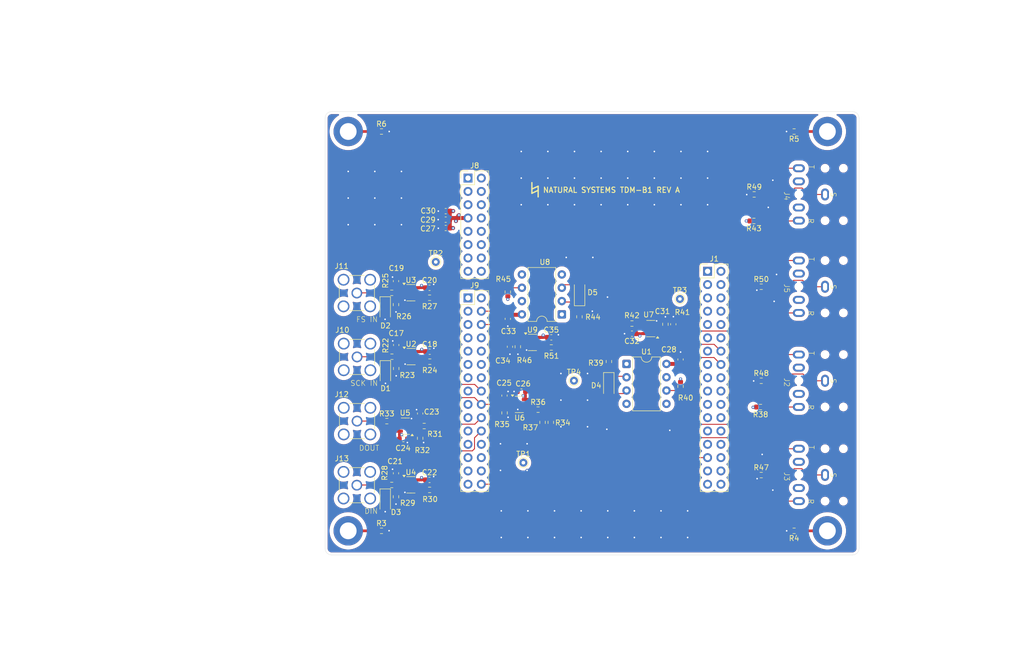
<source format=kicad_pcb>
(kicad_pcb (version 20241229) (generator "pcbnew") (generator_version "9.0")
  (layers (0 "F.Cu" signal) (4 "In1.Cu" signal) (6 "In2.Cu" signal) (2 "B.Cu" signal) (13 "F.Paste" user) (15 "B.Paste" user) (5 "F.SilkS" user "F.Silkscreen") (7 "B.SilkS" user "B.Silkscreen") (1 "F.Mask" user) (3 "B.Mask" user) (25 "Edge.Cuts" user))
  (net 0 "")
  (net 1 "GND")
  (net 5 "/TIM2_CH1___PA0")
  (net 10 "/TIM1_CH1___PE9")
  (net 11 "/USART6_A_TX")
  (net 16 "/TIM1_CH2___PE11")
  (net 25 "/USART6_A_RX")
  (net 34 "/CN8_5V")
  (net 35 "/IO_PG2")
  (net 41 "/IO_PG3")
  (net 42 "/IOREF")
  (net 43 "/VIN")
  (net 46 "/SAI1_B_FS___PF9")
  (net 47 "/SAI1_A_SD___PE6")
  (net 49 "/SAI1_A_MCLK___PE2")
  (net 51 "/PD3")
  (net 52 "/SAI1_B_SCK___PF8")
  (net 53 "/USART2_B_RX___PD6")
  (net 54 "/USART2_B_TX___PD6")
  (net 55 "/SAI1_A_SCK___PE5")
  (net 58 "/IO_PA7")
  (net 59 "/SAI1_B_SD___PE3")
  (net 60 "/IO_PG1")
  (net 61 "/SAI1_B_MCLK___PF7")
  (net 62 "/I2C2_B_SCL")
  (net 64 "/SAI1_A_FS___PE4")
  (net 66 "/PD4")
  (net 71 "/I2C2_B_SDA")
  (net 73 "Net-(C17-Pad1)")
  (net 74 "VDD")
  (net 75 "Net-(C19-Pad1)")
  (net 76 "Net-(C21-Pad1)")
  (net 77 "Net-(C23-Pad1)")
  (net 78 "Net-(D1-K)")
  (net 79 "Net-(D2-K)")
  (net 80 "Net-(D3-K)")
  (net 81 "Net-(R24-Pad1)")
  (net 82 "Net-(R27-Pad1)")
  (net 83 "Net-(R30-Pad1)")
  (net 84 "Net-(J12-In)")
  (net 85 "Net-(R33-Pad1)")
  (net 86 "Net-(R36-Pad1)")
  (net 92 "/buffer/OUT")
  (net 93 "Net-(D4-K)")
  (net 94 "Net-(D4-A)")
  (net 95 "Net-(J2-PadR)")
  (net 96 "Net-(J3-PadS)")
  (net 97 "Net-(J3-PadR)")
  (net 98 "Net-(R42-Pad1)")
  (net 103 "Net-(J2-PadS)")
  (net 104 "Net-(D5-A)")
  (net 105 "Net-(D5-K)")
  (net 106 "/midi_out1/MIDI_OUT")
  (net 107 "Net-(J4-PadR)")
  (net 108 "/midi_out2/MIDI_OUT")
  (net 109 "Net-(J4-PadS)")
  (net 110 "Net-(J5-PadR)")
  (net 111 "Net-(J5-PadS)")
  (net 112 "Net-(R51-Pad1)")
  (net 117 "Net-(H1-Pad1)")
  (net 118 "Net-(H2-Pad1)")
  (net 119 "Net-(H3-Pad1)")
  (net 120 "Net-(H4-Pad1)")
  (footprint "MountingHole:MountingHole_3.2mm_M3_DIN965_Pad" (layer "F.Cu") (at 185.42 143.51)
    (property "Reference" "H2" (hide yes))
    (property "Value" "MountingHole_Pad")
  )
  (footprint "Resistor_SMD:R_0603_1608Metric" (layer "F.Cu") (at 143.7336 111.2012 90)
    (property "Reference" "R39")
    (property "Value" "220")
  )
  (footprint "Package_TO_SOT_SMD:SOT-23-5" (layer "F.Cu") (at 129.1391 107.5588)
    (property "Reference" "U9")
    (property "Value" "74LVC1G17")
  )
  (footprint "Connector_Coaxial:SMA_Amphenol_901-144_Vertical" (layer "F.Cu") (at 95.6312 98.1326)
    (property "Reference" "J11")
    (property "Value" "Conn_Coaxial")
  )
  (footprint "Diode_SMD:D_SOD-123F" (layer "F.Cu") (at 101.0792 113.2456 -90)
    (property "Reference" "D1")
    (property "Value" "D_Zener_Small")
  )
  (footprint "Diode_SMD:D_SOD-123F" (layer "F.Cu") (at 101.0414 101.0536 -90)
    (property "Reference" "D2")
    (property "Value" "D_Zener_Small")
  )
  (footprint "Capacitor_SMD:C_0603_1608Metric" (layer "F.Cu") (at 157.3988 110.8078 90)
    (property "Reference" "C28")
    (property "Value" "100nF")
  )
  (footprint "Capacitor_SMD:C_0603_1608Metric" (layer "F.Cu") (at 112.5852 84.1248 180)
    (property "Reference" "C29")
    (property "Value" "100nF")
  )
  (footprint "MountingHole:MountingHole_3.2mm_M3_DIN965_Pad" (layer "F.Cu") (at 185.42 67.31)
    (property "Reference" "H3" (hide yes))
    (property "Value" "MountingHole_Pad")
  )
  (footprint "Capacitor_SMD:C_0603_1608Metric" (layer "F.Cu") (at 124.4396 103.0602 -90)
    (property "Reference" "C33")
    (property "Value" "100nF")
  )
  (footprint "Resistor_SMD:R_0603_1608Metric" (layer "F.Cu") (at 171.45 79.3204)
    (property "Reference" "R49")
    (property "Value" "0")
  )
  (footprint "Capacitor_SMD:C_0603_1608Metric" (layer "F.Cu") (at 132.7329 106.5936)
    (property "Reference" "C35")
    (property "Value" "100nF")
  )
  (footprint "Resistor_SMD:R_0603_1608Metric" (layer "F.Cu") (at 102.286 134.7624)
    (property "Reference" "R28")
    (property "Value" "0")
  )
  (footprint "MountingHole:MountingHole_3.2mm_M3_DIN965_Pad" (layer "F.Cu") (at 93.98 67.31)
    (property "Reference" "H4" (hide yes))
    (property "Value" "MountingHole_Pad")
  )
  (footprint "nucleo_tdm_breakout:SJ1-3523N" (layer "F.Cu") (at 179.9718 79.3204 -90)
    (property "Reference" "J4")
    (property "Value" "AudioJack3")
  )
  (footprint "Resistor_SMD:R_0603_1608Metric" (layer "F.Cu") (at 172.7962 114.8734)
    (property "Reference" "R48")
    (property "Value" "0")
  )
  (footprint "Connector_PinHeader_2.54mm:PinHeader_2x15_P2.54mm_Vertical" (layer "F.Cu") (at 116.84 99.06)
    (property "Reference" "J9")
    (property "Value" "Conn_02x15_Odd_Even")
  )
  (footprint "Resistor_SMD:R_0603_1608Metric" (layer "F.Cu") (at 109.5128 99.0346)
    (property "Reference" "R27")
    (property "Value" "33")
  )
  (footprint "Package_TO_SOT_SMD:SOT-23-5" (layer "F.Cu") (at 151.7197 104.9172 180)
    (property "Reference" "U7")
    (property "Value" "74LVC1G17")
  )
  (footprint "Capacitor_SMD:C_0603_1608Metric" (layer "F.Cu") (at 103.1366 108.0516 90)
    (property "Reference" "C17")
    (property "Value" "C_Small")
  )
  (footprint "Resistor_SMD:R_0603_1608Metric" (layer "F.Cu") (at 100.33 143.51)
    (property "Reference" "R3")
    (property "Value" "0")
  )
  (footprint "Resistor_SMD:R_0603_1608Metric" (layer "F.Cu") (at 132.7337 108.524)
    (property "Reference" "R51")
    (property "Value" "33")
  )
  (footprint "Capacitor_SMD:C_0603_1608Metric" (layer "F.Cu") (at 123.7996 117.7034 90)
    (property "Reference" "C25")
    (property "Value" "C_Small")
  )
  (footprint "Connector_PinHeader_2.54mm:PinHeader_2x08_P2.54mm_Vertical" (layer "F.Cu") (at 116.84 76.2)
    (property "Reference" "J8")
    (property "Value" "Conn_02x08_Odd_Even")
  )
  (footprint "Package_TO_SOT_SMD:SOT-23-5" (layer "F.Cu") (at 104.8892 123.5356 180)
    (property "Reference" "U5")
    (property "Value" "74LVC1G17")
  )
  (footprint "Package_TO_SOT_SMD:SOT-23-5" (layer "F.Cu") (at 126.6322 119.3924)
    (property "Reference" "U6")
    (property "Value" "74LVC1G17")
  )
  (footprint "nucleo_tdm_breakout:SJ1-3523N" (layer "F.Cu") (at 179.9718 114.8734 -90)
    (property "Reference" "J2")
    (property "Value" "AudioJack3")
  )
  (footprint "Resistor_SMD:R_0603_1608Metric" (layer "F.Cu") (at 124.4396 97.9292 90)
    (property "Reference" "R45")
    (property "Value" "470")
  )
  (footprint "Capacitor_SMD:C_0603_1608Metric" (layer "F.Cu") (at 127.0262 116.9286 180)
    (property "Reference" "C26")
    (property "Value" "100nF")
  )
  (footprint "Resistor_SMD:R_0603_1608Metric" (layer "F.Cu") (at 103.0988 100.3422 90)
    (property "Reference" "R26")
    (property "Value" "R_Small")
  )
  (footprint "Resistor_SMD:R_0603_1608Metric" (layer "F.Cu") (at 157.3988 115.9388 -90)
    (property "Reference" "R40")
    (property "Value" "470")
  )
  (footprint "Resistor_SMD:R_0603_1608Metric" (layer "F.Cu") (at 179.07 67.31 180)
    (property "Reference" "R5")
    (property "Value" "0")
  )
  (footprint "Resistor_SMD:R_0603_1608Metric" (layer "F.Cu") (at 101.3454 122.5704 180)
    (property "Reference" "R33")
    (property "Value" "33")
  )
  (footprint "Resistor_SMD:R_0603_1608Metric" (layer "F.Cu") (at 103.0988 137.0098 90)
    (property "Reference" "R29")
    (property "Value" "R_Small")
  )
  (footprint "Capacitor_SMD:C_0603_1608Metric" (layer "F.Cu") (at 112.5852 82.4992 180)
    (property "Reference" "C30")
    (property "Value" "100nF")
  )
  (footprint "Capacitor_SMD:C_0603_1608Metric" (layer "F.Cu") (at 112.5852 85.725 180)
    (property "Reference" "C27")
    (property "Value" "1uF")
  )
  (footprint "TestPoint:TestPoint_THTPad_D1.5mm_Drill0.7mm" (layer "F.Cu") (at 110.6932 92.202)
    (property "Reference" "TP2")
    (property "Value" "TestPoint")
  )
  (footprint "Capacitor_SMD:C_0603_1608Metric" (layer "F.Cu") (at 156.0123 104.092 90)
    (property "Reference" "C31")
    (property "Value" "C_Small")
  )
  (footprint "Resistor_SMD:R_0603_1608Metric" (layer "F.Cu") (at 109.5506 111.2266)
    (property "Reference" "R24")
    (property "Value" "33")
  )
  (footprint "Resistor_SMD:R_0603_1608Metric" (layer "F.Cu") (at 172.6692 119.888 180)
    (property "Reference" "R38")
    (property "Value" "2.2k")
  )
  (footprint "Capacitor_SMD:C_0603_1608Metric" (layer "F.Cu") (at 107.7086 121.1226 90)
    (property "Reference" "C23")
    (property "Value" "C_Small")
  )
  (footprint "Resistor_SMD:R_0603_1608Metric" (layer "F.Cu") (at 102.3238 110.2868)
    (property "Reference" "R22")
    (property "Value" "0")
  )
  (footprint "Resistor_SMD:R_0603_1608Metric" (layer "F.Cu") (at 103.1366 112.5342 90)
    (property "Reference" "R23")
    (property "Value" "R_Small")
  )
  (footprint "Capacitor_SMD:C_0603_1608Metric" (layer "F.Cu") (at 109.4996 133.7972)
    (property "Reference" "C22")
    (property "Value" "100nF")
  )
  (footprint "Resistor_SMD:R_0603_1608Metric" (layer "F.Cu") (at 172.7962 96.9302)
    (property "Reference" "R50")
    (property "Value" "0")
  )
  (footprint "Diode_SMD:D_SOD-123F" (layer "F.Cu") (at 101.0414 137.7212 -90)
    (property "Reference" "D3")
    (property "Value" "D_Zener_Small")
  )
  (footprint "Resistor_SMD:R_0603_1608Metric" (layer "F.Cu") (at 130.2136 120.383)
    (property "Reference" "R36")
    (property "Value" "33")
  )
  (footprint "Package_TO_SOT_SMD:SOT-23-5" (layer "F.Cu") (at 105.9436 98.0694)
    (property "Reference" "U3")
    (property "Value" "74LVC1G17")
  )
  (footprint "nucleo_tdm_breakout:SJ1-3523N" (layer "F.Cu") (at 179.9718 132.842 -90)
    (property "Reference" "J3")
    (property "Value" "AudioJack3")
  )
  (footprint "TestPoint:TestPoint_THTPad_D1.5mm_Drill0.7mm" (layer "F.Cu") (at 157.2768 99.2632)
    (property "Reference" "TP3")
    (property "Value" "TestPoint")
  )
  (footprint "Capacitor_SMD:C_0603_1608Metric" (layer "F.Cu") (at 103.0988 132.5272 90)
    (property "Reference" "C21")
    (property "Value" "C_Small")
  )
  (footprint "TestPoint:TestPoint_THTPad_D1.5mm_Drill0.7mm" (layer "F.Cu") (at 137.0584 114.8588)
    (property "Reference" "TP4")
    (property "Value" "TestPoint")
  )
  (footprint "Resistor_SMD:R_0603_1608Metric" (layer "F.Cu") (at 172.7962 132.8674)
    (property "Reference" "R47")
    (property "Value" "0")
  )
  (footprint "Capacitor_SMD:C_0603_1608Metric" (layer "F.Cu") (at 148.1259 105.8824 180)
    (property "Reference" "C32")
    (property "Value" "100nF")
  )
  (footprint "Resistor_SMD:R_0603_1608Metric" (layer "F.Cu") (at 179.07 143.51 180)
    (property "Reference" "R4")
    (property "Value" "0")
  )
  (footprint "Resistor_SMD:R_0603_1608Metric" (layer "F.Cu") (at 100.33 67.31)
    (property "Reference" "R6")
    (property "Value" "0")
  )
  (footprint "Package_TO_SOT_SMD:SOT-23-5" (layer "F.Cu") (at 105.9814 110.2614)
    (property "Reference" "U2")
    (property "Value" "74LVC1G17")
  )
  (footprint "Diode_SMD:D_SOD-123" (layer "F.Cu") (at 138.1302 98.1964 90)
    (property "Reference" "D5")
    (property "Value" "1N4148W")
  )
  (footprint "Resistor_SMD:R_0603_1608Metric" (layer "F.Cu") (at 108.4828 123.5102 180)
    (property "Reference" "R31")
    (property "Value" "0")
  )
  (footprint "Resistor_SMD:R_0603_1608Metric" (layer "F.Cu") (at 123.8128 121.0054 90)
    (property "Reference" "R35")
    (property "Value" "R_Small")
  )
  (footprint "Capacitor_SMD:C_0603_1608Metric" (layer "F.Cu") (at 109.4996 97.1296)
    (property "Reference" "C20")
    (property "Value" "100nF")
  )
  (footprint "Package_TO_SOT_SMD:SOT-23-5" (layer "F.Cu") (at 105.9436 134.737)
    (property "Reference" "U4")
    (property "Value" "74LVC1G17")
  )
  (footprint "Resistor_SMD:R_0603_1608Metric" (layer "F.Cu") (at 132.6388 122.809 -90)
    (property "Reference" "R34")
    (property "Value" "0")
  )
  (footprint "Capacitor_SMD:C_0603_1608Metric" (layer "F.Cu") (at 103.0988 95.8596 90)
    (property "Reference" "C19")
    (property "Value" "C_Small")
  )
  (footprint "nucleo_tdm_breakout:SJ1-3523N" (layer "F.Cu") (at 179.9718 96.9302 -90)
    (property "Reference" "J5")
    (property "Value" "AudioJack3")
  )
  (footprint "Resistor_SMD:R_0603_1608Metric" (layer "F.Cu") (at 138.1048 102.6668 -90)
    (property "Reference" "R44")
    (property "Value" "220")
  )
  (footprint "Capacitor_SMD:C_0603_1608Metric" (layer "F.Cu") (at 109.5374 109.3216)
    (property "Reference" "C18")
    (property "Value" "100nF")
  )
  (footprint "Connector_Coaxial:SMA_Amphenol_901-144_Vertical" (layer "F.Cu") (at 95.669 110.3246)
    (property "Reference" "J10")
    (property "Value" "Conn_Coaxial")
  )
  (footprint "MountingHole:MountingHole_3.2mm_M3_DIN965_Pad" (layer "F.Cu") (at 93.98 143.51)
    (property "Reference" "H1" (hide yes))
    (property "Value" "MountingHole_Pad")
  )
  (footprint "Resistor_SMD:R_0603_1608Metric" (layer "F.Cu") (at 131.064 122.809 -90)
    (property "Reference" "R37")
    (property "Value" "0")
  )
  (footprint "Resistor_SMD:R_0603_1608Metric" (layer "F.Cu") (at 154.5137 104.0922 -90)
    (property "Reference" "R41")
    (property "Value" "R_Small")
  )
  (footprint "Resistor_SMD:R_0603_1608Metric" (layer "F.Cu") (at 107.7086 125.847 90)
    (property "Reference" "R32")
    (property "Value" "R_Small")
  )
  (footprint "Connector_Coaxial:SMA_Amphenol_901-144_Vertical" (layer "F.Cu") (at 95.6312 134.8002)
    (property "Reference" "J13")
    (property "Value" "Conn_Coaxial")
  )
  (footprint "Connector_Coaxial:SMA_Amphenol_901-144_Vertical" (layer "F.Cu") (at 95.669 122.5704)
    (property "Reference" "J12")
    (property "Value" "Conn_Coaxial")
  )
  (footprint "Package_DIP:DIP-8_W7.62mm" (layer "F.Cu") (at 134.747 102.2096 180)
    (property "Reference" "U8")
    (property "Value" "6N137")
  )
  (footprint "TestPoint:TestPoint_THTPad_D1.5mm_Drill0.7mm" (layer "F.Cu") (at 127.4064 130.5052)
    (property "Reference" "TP1")
    (property "Value" "TestPoint")
  )
  (footprint "Capacitor_SMD:C_0603_1608Metric" (layer "F.Cu") (at 104.5206 125.9994)
    (property "Reference" "C24")
    (property "Value" "100nF")
  )
  (footprint "Resistor_SMD:R_0603_1608Metric" (layer "F.Cu") (at 171.3992 84.3788 180)
    (property "Reference" "R43")
    (property "Value" "2.2k")
  )
  (footprint "Connector_PinHeader_2.54mm:PinHeader_2x17_P2.54mm_Vertical" (layer "F.Cu") (at 162.56 93.98)
    (property "Reference" "J1")
    (property "Value" "Conn_02x17_Odd_Even")
  )
  (footprint "Resistor_SMD:R_0603_1608Metric" (layer "F.Cu") (at 148.1251 103.952 180)
    (property "Reference" "R42")
    (property "Value" "33")
  )
  (footprint "Diode_SMD:D_SOD-123" (layer "F.Cu") (at 143.7082 115.6716 -90)
    (property "Reference" "D4")
    (property "Value" "1N4148W")
  )
  (footprint "Resistor_SMD:R_0603_1608Metric" (layer "F.Cu") (at 102.286 98.0948)
    (property "Reference" "R25")
    (property "Value" "0")
  )
  (footprint "Package_DIP:DIP-8_W7.62mm" (layer "F.Cu") (at 147.0914 111.6584)
    (property "Reference" "U1")
    (property "Value" "6N137")
  )
  (footprint "Resistor_SMD:R_0603_1608Metric" (layer "F.Cu") (at 126.3451 108.3838 90)
    (property "Reference" "R46")
    (property "Value" "R_Small")
  )
  (footprint "Resistor_SMD:R_0603_1608Metric" (layer "F.Cu") (at 109.5128 135.7022)
    (property "Reference" "R30")
    (property "Value" "33")
  )
  (footprint "Capacitor_SMD:C_0603_1608Metric" (layer "F.Cu") (at 124.8465 108.384 -90)
    (property "Reference" "C34")
    (property "Value" "C_Small")
  )
  (gr_line (start 130.2258 78.5368) (end 129.032 79.0956) (stroke (width 0.254)) (layer "F.SilkS"))
  (gr_line (start 130.2258 77.7494) (end 130.2258 79.7814) (stroke (width 0.254)) (layer "F.SilkS"))
  (gr_line (start 130.2258 77.7494) (end 129.032 78.2828) (stroke (width 0.254)) (layer "F.SilkS"))
  (gr_line (start 129.032 77.0636) (end 129.032 79.0956) (stroke (width 0.254)) (layer "F.SilkS"))
  (gr_line (start 191.4652 64.77) (end 191.4652 146.8501) (stroke (width 0.05)) (layer "Edge.Cuts"))
  (gr_arc (start 90.8304 148.1201) (mid 89.932374 147.748126) (end 89.5604 146.8501) (stroke (width 0.05)) (layer "Edge.Cuts"))
  (gr_arc (start 191.4652 146.8501) (mid 191.093226 147.748126) (end 190.1952 148.1201) (stroke (width 0.05)) (layer "Edge.Cuts"))
  (gr_arc (start 190.1952 63.5) (mid 191.093226 63.871974) (end 191.4652 64.77) (stroke (width 0.05)) (layer "Edge.Cuts"))
  (gr_line (start 90.8304 63.5) (end 190.1952 63.5) (stroke (width 0.05)) (layer "Edge.Cuts"))
  (gr_line (start 89.5604 146.8501) (end 89.5604 64.77) (stroke (width 0.05)) (layer "Edge.Cuts"))
  (gr_arc (start 89.5604 64.77) (mid 89.932374 63.871974) (end 90.8304 63.5) (stroke (width 0.05)) (layer "Edge.Cuts"))
  (gr_line (start 190.1952 148.1201) (end 90.8304 148.1201) (stroke (width 0.05)) (layer "Edge.Cuts"))
  (gr_text "DIN" (at 97.028 140.335 0) (layer "F.SilkS") (effects (font (size 1 1) (thickness 0.1)) (justify left bottom)))
  (gr_text "FS IN" (at 95.4532 103.759 0) (layer "F.SilkS") (effects (font (size 1 1) (thickness 0.1)) (justify left bottom)))
  (gr_text "DOUT" (at 95.9866 128.2954 0) (layer "F.SilkS") (effects (font (size 1 1) (thickness 0.1)) (justify left bottom)))
  (gr_text "NATURAL SYSTEMS TDM-B1 REV A" (at 131.064 79.0702 0) (layer "F.SilkS") (effects (font (size 1.016 1.016) (thickness 0.1778) (bold yes)) (justify left bottom)))
  (gr_text "SCK IN" (at 94.3356 115.9256 0) (layer "F.SilkS") (effects (font (size 1 1) (thickness 0.1)) (justify left bottom)))
  (segment (start 104.8061 136.1663) (end 104.8006 136.1718) (width 0.1778) (layer "F.Cu") (net 1))
  (segment (start 156.0123 103.317) (end 156.0123 102.6613) (width 0.1778) (layer "F.Cu") (net 1))
  (segment (start 171.9712 97.5736) (end 171.958 97.5868) (width 0.1778) (layer "F.Cu") (net 1))
  (segment (start 157.3988 110.0328) (end 157.3988 109.4028) (width 0.1778) (layer "F.Cu") (net 1))
  (segment (start 157.3988 109.4028) (end 157.4038 109.3978) (width 0.1778) (layer "F.Cu") (net 1))
  (segment (start 178.245 67.31) (end 177.6222 67.31) (width 0.1778) (layer "F.Cu") (net 1))
  (segment (start 125.641 116.9286) (end 125.6284 116.916) (width 0.1778) (layer "F.Cu") (net 1))
  (segment (start 103.1366 113.3592) (end 103.1366 113.9314) (width 0.1778) (layer "F.Cu") (net 1))
  (segment (start 125.4947 120.3424) (end 126.337 120.3424) (width 0.1778) (layer "F.Cu") (net 1))
  (segment (start 123.7996 116.9284) (end 124.473 116.9284) (width 0.1778) (layer "F.Cu") (net 1))
  (segment (start 152.8572 103.9672) (end 152.8572 103.4796) (width 0.1778) (layer "F.Cu") (net 1))
  (segment (start 101.0414 102.4536) (end 101.0414 103.1238) (width 0.1778) (layer "F.Cu") (net 1))
  (segment (start 171.9712 114.8734) (end 171.3846 114.8734) (width 0.1778) (layer "F.Cu") (net 1))
  (segment (start 104.8061 99.0194) (end 104.8061 99.4987) (width 0.1778) (layer "F.Cu") (net 1))
  (segment (start 101.155 67.31) (end 101.8032 67.31) (width 0.1778) (layer "F.Cu") (net 1))
  (segment (start 111.8102 85.725) (end 111.2266 85.725) (width 0.1778) (layer "F.Cu") (net 1))
  (segment (start 107.7086 126.672) (end 108.3568 126.672) (width 0.1778) (layer "F.Cu") (net 1))
  (segment (start 171.9712 133.5156) (end 172.0088 133.5532) (width 0.1778) (layer "F.Cu") (net 1))
  (segment (start 110.2746 133.1616) (end 110.287 133.1492) (width 0.1778) (layer "F.Cu") (net 1))
  (segment (start 170.0568 79.3204) (end 170.0276 79.3496) (width 0.1778) (layer "F.Cu") (net 1))
  (segment (start 105.2956 126.6344) (end 105.2702 126.6598) (width 0.1778) (layer "F.Cu") (net 1))
  (segment (start 104.8439 111.2114) (end 104.8439 111.6907) (width 0.1778) (layer "F.Cu") (net 1))
  (segment (start 101.0792 114.6456) (end 101.0792 115.354) (width 0.1778) (layer "F.Cu") (net 1))
  (segment (start 133.5079 106.5936) (end 133.5888 106.5936) (width 0.1778) (layer "F.Cu") (net 1))
  (segment (start 126.2512 116.9286) (end 125.641 116.9286) (width 0.1778) (layer "F.Cu") (net 1))
  (segment (start 133.5888 106.5936) (end 134.0866 106.0958) (width 0.1778) (layer "F.Cu") (net 1))
  (segment (start 106.0267 122.1187) (end 106.0576 122.0878) (width 0.1778) (layer "F.Cu") (net 1))
  (segment (start 123.8128 121.8304) (end 124.4722 121.8304) (width 0.1778) (layer "F.Cu") (net 1))
  (segment (start 103.0988 131.7522) (end 102.4384 131.7522) (width 0.1778) (layer "F.Cu") (net 1))
  (segment (start 101.7524 143.51) (end 101.7778 143.4846) (width 0.1778) (layer "F.Cu") (net 1))
  (segment (start 108.3568 126.672) (end 108.369 126.6598) (width 0.1778) (layer "F.Cu") (net 1))
  (segment (start 103.0988 95.0846) (end 102.4384 95.0846) (width 0.1778) (layer "F.Cu") (net 1))
  (segment (start 128.0016 109.0024) (end 128.016 109.0168) (width 0.1778) (layer "F.Cu") (net 1))
  (segment (start 103.0988 137.8348) (end 103.0988 138.407) (width 0.1778) (layer "F.Cu") (net 1))
  (segment (start 126.3451 109.7843) (end 126.365 109.8042) (width 0.1778) (layer "F.Cu") (net 1))
  (segment (start 105.2956 125.9994) (end 105.2956 126.6344) (width 0.1778) (layer "F.Cu") (net 1))
  (segment (start 110.3124 108.686) (end 110.3248 108.6736) (width 0.1778) (layer "F.Cu") (net 1))
  (segment (start 152.8572 103.4796) (end 152.8318 103.4542) (width 0.1778) (layer "F.Cu") (net 1))
  (segment (start 170.625 79.3204) (end 170.0568 79.3204) (width 0.1778) (layer "F.Cu") (net 1))
  (segment (start 111.8102 82.4992) (end 111.1758 82.4992) (width 0.1778) (layer "F.Cu") (net 1))
  (segment (start 104.8061 135.687) (end 104.8061 136.1663) (width 0.1778) (layer "F.Cu") (net 1))
  (segment (start 110.2746 133.7972) (end 110.2746 133.1616) (width 0.1778) (layer "F.Cu") (net 1))
  (segment (start 124.4722 121.8304) (end 124.4854 121.8436) (width 0.1778) (layer "F.Cu") (net 1))
  (segment (start 171.3846 114.8734) (end 171.3484 114.9096) (width 0.1778) (layer "F.Cu") (net 1))
  (segment (start 101.0414 103.1238) (end 101.0158 103.1494) (width 0.1778) (layer "F.Cu") (net 1))
  (segment (start 104.8061 99.4987) (end 104.8006 99.5042) (width 0.1778) (layer "F.Cu") (net 1))
  (segment (start 107.7086 120.3476) (end 107.0612 120.3476) (width 0.1778) (layer "F.Cu") (net 1))
  (segment (start 178.245 143.51) (end 177.6476 143.51) (width 0.1778) (layer "F.Cu") (net 1))
  (segment (start 124.8465 109.159) (end 124.8465 109.7987) (width 0.1778) (layer "F.Cu") (net 1))
  (segment (start 126.3451 109.2088) (end 126.3451 109.7843) (width 0.1778) (layer "F.Cu") (net 1))
  (segment (start 101.155 143.51) (end 101.7524 143.51) (width 0.1778) (layer "F.Cu") (net 1))
  (segment (start 171.9712 132.8674) (end 171.9712 133.5156) (width 0.1778) (layer "F.Cu") (net 1))
  (segment (start 154.5082 102.6668) (end 154.5137 102.6723) (width 0.1778) (layer "F.Cu") (net 1))
  (segment (start 124.4396 104.4398) (end 124.4346 104.4448) (width 0.1778) (layer "F.Cu") (net 1))
  (segment (start 110.3124 109.3216) (end 110.3124 108.686) (width 0.1778) (layer "F.Cu") (net 1))
  (segment (start 156.0123 102.6613) (end 156.0322 102.6414) (width 0.1778) (layer "F.Cu") (net 1))
  (segment (start 154.5137 102.6723) (end 154.5137 103.2672) (width 0.1778) (layer "F.Cu") (net 1))
  (segment (start 111.8102 84.1248) (end 111.1504 84.1248) (width 0.1778) (layer "F.Cu") (net 1))
  (segment (start 103.1366 107.2766) (end 102.4762 107.2766) (width 0.1778) (layer "F.Cu") (net 1))
  (segment (start 124.4396 103.8352) (end 124.4396 104.4398) (width 0.1778) (layer "F.Cu") (net 1))
  (segment (start 101.0414 139.1212) (end 101.0414 139.8548) (width 0.1778) (layer "F.Cu") (net 1))
  (segment (start 126.337 120.3424) (end 126.3396 120.345) (width 0.1778) (layer "F.Cu") (net 1))
  (segment (start 106.0267 122.5856) (end 106.0267 122.1187) (width 0.1778) (layer "F.Cu") (net 1))
  (segment (start 104.8439 111.6907) (end 104.8384 111.6962) (width 0.1778) (layer "F.Cu") (net 1))
  (segment (start 107.0612 120.3476) (end 107.0228 120.386) (width 0.1778) (layer "F.Cu") (net 1))
  (segment (start 101.0792 115.354) (end 101.092 115.3668) (width 0.1778) (layer "F.Cu") (net 1))
  (segment (start 124.473 116.9284) (end 124.4854 116.916) (width 0.1778) (layer "F.Cu") (net 1))
  (segment (start 146.7206 105.8824) (end 146.7104 105.8926) (width 0.1778) (layer "F.Cu") (net 1))
  (segment (start 128.0016 108.5088) (end 128.0016 109.0024) (width 0.1778) (layer "F.Cu") (net 1))
  (segment (start 111.2266 85.725) (end 111.1758 85.7758) (width 0.1778) (layer "F.Cu") (net 1))
  (segment (start 103.0988 101.1672) (end 103.0988 101.7394) (width 0.1778) (layer "F.Cu") (net 1))
  (segment (start 147.3509 105.8824) (end 146.7206 105.8824) (width 0.1778) (layer "F.Cu") (net 1))
  (segment (start 124.8465 109.7987) (end 124.841 109.8042) (width 0.1778) (layer "F.Cu") (net 1))
  (segment (start 171.9712 96.9302) (end 171.9712 97.5736) (width 0.1778) (layer "F.Cu") (net 1))
  (via (at 162.56 71.12) (size 0.6) (drill 0.3) (layers "F.Cu" "B.Cu") (net 1))
  (via (at 127 76.2) (size 0.6) (drill 0.3) (layers "F.Cu" "B.Cu") (net 1))
  (via (at 107.0228 120.386) (size 0.6) (drill 0.3) (layers "F.Cu" "B.Cu") (net 1))
  (via (at 124.4854 116.916) (size 0.6) (drill 0.3) (layers "F.Cu" "B.Cu") (net 1))
  (via (at 106.0576 122.0878) (size 0.6) (drill 0.3) (layers "F.Cu" "B.Cu") (net 1))
  (via (at 110.287 133.1492) (size 0.6) (drill 0.3) (layers "F.Cu" "B.Cu") (net 1))
  (via (at 175.26 99.7204) (size 0.6) (drill 0.3) (layers "F.Cu" "B.Cu") (net 1))
  (via (at 133.35 144.78) (size 0.6) (drill 0.3) (layers "F.Cu" "B.Cu") (net 1))
  (via (at 132.08 76.2) (size 0.6) (drill 0.3) (layers "F.Cu" "B.Cu") (net 1))
  (via (at 177.6222 67.31) (size 0.6) (drill 0.3) (layers "F.Cu" "B.Cu") (net 1))
  (via (at 142.24 81.28) (size 0.6) (drill 0.3) (layers "F.Cu" "B.Cu") (net 1))
  (via (at 152.4 71.12) (size 0.6) (drill 0.3) (layers "F.Cu" "B.Cu") (net 1))
  (via (at 111.1758 82.4992) (size 0.6) (drill 0.3) (layers "F.Cu" "B.Cu") (net 1))
  (via (at 153.67 144.78) (size 0.6) (drill 0.3) (layers "F.Cu" "B.Cu") (net 1))
  (via (at 124.4854 121.8436) (size 0.6) (drill 0.3) (layers "F.Cu" "B.Cu") (net 1))
  (via (at 139.6492 113.4872) (size 0.6) (drill 0.3) (layers "F.Cu" "B.Cu") (net 1))
  (via (at 175.006 135.7376) (size 0.6) (drill 0.3) (layers "F.Cu" "B.Cu") (net 1))
  (via (at 99.06 80.01) (size 0.6) (drill 0.3) (layers "F.Cu" "B.Cu") (net 1))
  (via (at 137.16 81.28) (size 0.6) (drill 0.3) (layers "F.Cu" "B.Cu") (net 1))
  (via (at 93.98 80.01) (size 0.6) (drill 0.3) (layers "F.Cu" "B.Cu") (net 1))
  (via (at 126.365 109.8042) (size 0.6) (drill 0.3) (layers "F.Cu" "B.Cu") (net 1))
  (via (at 143.4592 98.9076) (size 0.6) (drill 0.3) (layers "F.Cu" "B.Cu") (net 1))
  (via (at 126.3396 120.345) (size 0.6) (drill 0.3) (layers "F.Cu" "B.Cu") (net 1))
  (via (at 157.48 76.2) (size 0.6) (drill 0.3) (layers "F.Cu" "B.Cu") (net 1))
  (via (at 104.14 74.93) (size 0.6) (drill 0.3) (layers "F.Cu" "B.Cu") (net 1))
  (via (at 175.7172 94.5896) (size 0.6) (drill 0.3) (layers "F.Cu" "B.Cu") (net 1))
  (via (at 170.0276 79.3496) (size 0.6) (drill 0.3) (layers "F.Cu" "B.Cu") (net 1))
  (via (at 162.56 81.28) (size 0.6) (drill 0.3) (layers "F.Cu" "B.Cu") (net 1))
  (via (at 146.7104 105.8926) (size 0.6) (drill 0.3) (layers "F.Cu" "B.Cu") (net 1))
  (via (at 153.67 139.7) (size 0.6) (drill 0.3) (layers "F.Cu" "B.Cu") (net 1))
  (via (at 102.4762 107.2766) (size 0.6) (drill 0.3) (layers "F.Cu" "B.Cu") (net 1))
  (via (at 123.19 139.7) (size 0.6) (drill 0.3) (layers "F.Cu" "B.Cu") (net 1))
  (via (at 147.32 81.28) (size 0.6) (drill 0.3) (layers "F.Cu" "B.Cu") (net 1))
  (via (at 128.1176 126.8984) (size 0.6) (drill 0.3) (layers "F.Cu" "B.Cu") (net 1))
  (via (at 147.32 76.2) (size 0.6) (drill 0.3) (layers "F.Cu" "B.Cu") (net 1))
  (via (at 175.006 76.6064) (size 0.6) (drill 0.3) (layers "F.Cu" "B.Cu") (net 1))
  (via (at 132.08 81.28) (size 0.6) (drill 0.3) (layers "F.Cu" "B.Cu") (net 1))
  (via (at 128.1176 131.9784) (size 0.6) (drill 0.3) (layers "F.Cu" "B.Cu") (net 1))
  (via (at 132.08 71.12) (size 0.6) (drill 0.3) (layers "F.Cu" "B.Cu") (net 1))
  (via (at 158.75 139.7) (size 0.6) (drill 0.3) (layers "F.Cu" "B.Cu") (net 1))
  (via (at 157.48 71.12) (size 0.6) (drill 0.3) (layers "F.Cu" "B.Cu") (net 1))
  (via (at 104.14 85.09) (size 0.6) (drill 0.3) (layers "F.Cu" "B.Cu") (net 1))
  (via (at 139.6492 118.5672) (size 0.6) (drill 0.3) (layers "F.Cu" "B.Cu") (net 1))
  (via (at 172.974 128.9304) (size 0.6) (drill 0.3) (layers "F.Cu" "B.Cu") (net 1))
  (via (at 104.8006 99.5042) (size 0.6) (drill 0.3) (layers "F.Cu" "B.Cu") (net 1))
  (via (at 152.4 76.2) (size 0.6) (drill 0.3) (layers "F.Cu" "B.Cu") (net 1))
  (via (at 143.51 139.7) (size 0.6) (drill 0.3) (layers "F.Cu" "B.Cu") (net 1))
  (via (at 171.958 97.5868) (size 0.6) (drill 0.3) (layers "F.Cu" "B.Cu") (net 1))
  (via (at 102.4384 95.0846) (size 0.6) (drill 0.3) (layers "F.Cu" "B.Cu") (net 1))
  (via (at 102.4384 131.7522) (size 0.6) (drill 0.3) (layers "F.Cu" "B.Cu") (net 1))
  (via (at 124.4346 104.4448) (size 0.6) (drill 0.3) (layers "F.Cu" "B.Cu") (net 1))
  (via (at 177.6476 143.51) (size 0.6) (drill 0.3) (layers "F.Cu" "B.Cu") (net 1))
  (via (at 158.75 144.78) (size 0.6) (drill 0.3) (layers "F.Cu" "B.Cu") (net 1))
  (via (at 128.27 139.7) (size 0.6) (drill 0.3) (layers "F.Cu" "B.Cu") (net 1))
  (via (at 142.24 76.2) (size 0.6) (drill 0.3) (layers "F.Cu" "B.Cu") (net 1))
  (via (at 101.0158 103.1494) (size 0.6) (drill 0.3) (layers "F.Cu" "B.Cu") (net 1))
  (via (at 138.43 144.78) (size 0.6) (drill 0.3) (layers "F.Cu" "B.Cu") (net 1))
  (via (at 104.8006 136.1718) (size 0.6) (drill 0.3) (layers "F.Cu" "B.Cu") (net 1))
  (via (at 110.3248 108.6736) (size 0.6) (drill 0.3) (layers "F.Cu" "B.Cu") (net 1))
  (via (at 101.8032 67.31) (size 0.6) (drill 0.3) (layers "F.Cu" "B.Cu") (net 1))
  (via (at 134.5692 123.6472) (size 0.6) (drill 0.3) (layers "F.Cu" "B.Cu") (net 1))
  (via (at 104.8384 111.6962) (size 0.6) (drill 0.3) (layers "F.Cu" "B.Cu") (net 1))
  (via (at 127 81.28) (size 0.6) (drill 0.3) (layers "F.Cu" "B.Cu") (net 1))
  (via (at 133.35 139.7) (size 0.6) (drill 0.3) (layers "F.Cu" "B.Cu") (net 1))
  (via (at 110.287 96.4816) (size 0.6) (drill 0.3) (layers "F.Cu" "B.Cu") (net 1))
  (via (at 157.4038 109.3978) (size 0.6) (drill 0.3) (layers "F.Cu" "B.Cu") (net 1))
  (via (at 111.1504 84.1248) (size 0.6) (drill 0.3) (layers "F.Cu" "B.Cu") (net 1))
  (via (at 93.98 74.93) (size 0.6) (drill 0.3) (layers "F.Cu" "B.Cu") (net 1))
  (via (at 138.43 139.7) (size 0.6) (drill 0.3) (layers "F.Cu" "B.Cu") (net 1))
  (via (at 157.48 81.28) (size 0.6) (drill 0.3) (layers "F.Cu" "B.Cu") (net 1))
  (via (at 162.56 76.2) (size 0.6) (drill 0.3) (layers "F.Cu" "B.Cu") (net 1))
  (via (at 99.06 74.93) (size 0.6) (drill 0.3) (layers "F.Cu" "B.Cu") (net 1))
  (via (at 108.369 126.6598) (size 0.6) (drill 0.3) (layers "F.Cu" "B.Cu") (net 1))
  (via (at 123.0376 126.8984) (size 0.6) (drill 0.3) (layers "F.Cu" "B.Cu") (net 1))
  (via (at 99.06 85.09) (size 0.6) (drill 0.3) (layers "F.Cu" "B.Cu") (net 1))
  (via (at 172.0088 133.5532) (size 0.6) (drill 0.3) (layers "F.Cu" "B.Cu") (net 1))
  (via (at 105.2702 126.6598) (size 0.6) (drill 0.3) (layers "F.Cu" "B.Cu") (net 1))
  (via (at 148.59 139.7) (size 0.6) (drill 0.3) (layers "F.Cu" "B.Cu") (net 1))
  (via (at 123.19 144.78) (size 0.6) (drill 0.3) (layers "F.Cu" "B.Cu") (net 1))
  (via (at 142.24 71.12) (size 0.6) (drill 0.3) (layers "F.Cu" "B.Cu") (net 1))
  (via (at 143.3322 124.1298) (size 0.6) (drill 0.3) (layers "F.Cu" "B.Cu") (net 1))
  (via (at 128.016 109.0168) (size 0.6) (drill 0.3) (layers "F.Cu" "B.Cu") (net 1))
  (via (at 171.3484 114.9096) (size 0.6) (drill 0.3) (layers "F.Cu" "B.Cu") (net 1))
  (via (at 103.1366 113.9314) (size 0.6) (drill 0.3) (layers "F.Cu" "B.Cu") (net 1))
  (via (at 140.6652 91.3384) (size 0.6) (drill 0.3) (layers "F.Cu" "B.Cu") (net 1))
  (via (at 152.8318 103.4542) (size 0.6) (drill 0.3) (layers "F.Cu" "B.Cu") (net 1))
  (via (at 152.4 81.28) (size 0.6) (drill 0.3) (layers "F.Cu" "B.Cu") (net 1))
  (via (at 156.0322 102.6414) (size 0.6) (drill 0.3) (layers "F.Cu" "B.Cu") (net 1))
  (via (at 135.5852 91.3384) (size 0.6) (drill 0.3) (layers "F.Cu" "B.Cu") (net 1))
  (via (at 139.6492 123.6472) (size 0.6) (drill 0.3) (layers "F.Cu" "B.Cu") (net 1))
  (via (at 174.1424 81.788) (size 0.6) (drill 0.3) (layers "F.Cu" "B.Cu") (net 1))
  (via (at 148.59 144.78) (size 0.6) (drill 0.3) (layers "F.Cu" "B.Cu") (net 1))
  (via (at 125.6284 116.916) (size 0.6) (drill 0.3) (layers "F.Cu" "B.Cu") (net 1))
  (via (at 104.14 80.01) (size 0.6) (drill 0.3) (layers "F.Cu" "B.Cu") (net 1))
  (via (at 127 71.12) (size 0.6) (drill 0.3) (layers "F.Cu" "B.Cu") (net 1))
  (via (at 134.5692 113.4872) (size 0.6) (drill 0.3) (layers "F.Cu" "B.Cu") (net 1))
  (via (at 137.16 76.2) (size 0.6) (drill 0.3) (layers "F.Cu" "B.Cu") (net 1))
  (via (at 101.7778 143.4846) (size 0.6) (drill 0.3) (layers "F.Cu" "B.Cu") (net 1))
  (via (at 140.5636 101.6) (size 0.6) (drill 0.3) (layers "F.Cu" "B.Cu") (net 1))
  (via (at 137.16 71.12) (size 0.6) (drill 0.3) (layers "F.Cu" "B.Cu") (net 1))
  (via (at 134.5692 118.5672) (size 0.6) (drill 0.3) (layers "F.Cu" "B.Cu") (net 1))
  (via (at 134.0866 106.0958) (size 0.6) (drill 0.3) (layers "F.Cu" "B.Cu") (net 1))
  (via (at 93.98 85.09) (size 0.6) (drill 0.3) (layers "F.Cu" "B.Cu") (net 1))
  (via (at 154.5082 102.6668) (size 0.6) (drill 0.3) (layers "F.Cu" "B.Cu") (net 1))
  (via (at 103.0988 101.7394) (size 0.6) (drill 0.3) (layers "F.Cu" "B.Cu") (net 1))
  (via (at 101.092 115.3668) (size 0.6) (drill 0.3) (layers "F.Cu" "B.Cu") (net 1))
  (via (at 143.51 144.78) (size 0.6) (drill 0.3) (layers "F.Cu" "B.Cu") (net 1))
  (via (at 147.32 71.12) (size 0.6) (drill 0.3) (layers "F.Cu" "B.Cu") (net 1))
  (via (at 111.1758 85.7758) (size 0.6) (drill 0.3) (layers "F.Cu" "B.Cu") (net 1))
  (via (at 103.0988 138.407) (size 0.6) (drill 0.3) (layers "F.Cu" "B.Cu") (net 1))
  (via (at 128.27 144.78) (size 0.6) (drill 0.3) (layers "F.Cu" "B.Cu") (net 1))
  (via (at 124.841 109.8042) (size 0.6) (drill 0.3) (layers "F.Cu" "B.Cu") (net 1))
  (via (at 101.0414 139.8548) (size 0.6) (drill 0.3) (layers "F.Cu" "B.Cu") (net 1))
  (via (at 123.0376 131.9784) (size 0.6) (drill 0.3) (layers "F.Cu" "B.Cu") (net 1))
  (via (at 155.3464 124.333) (size 0.6) (drill 0.3) (layers "F.Cu" "B.Cu") (net 1))
  (segment (start 132.6388 128.3716) (end 133.8072 129.54) (width 0.1778) (layer "F.Cu") (net 5))
  (segment (start 133.8072 129.54) (end 162.56 129.54) (width 0.1778) (layer "F.Cu") (net 5))
  (segment (start 132.6388 123.634) (end 132.6388 128.3716) (width 0.1778) (layer "F.Cu") (net 5))
  (segment (start 156.3624 107.9246) (end 156.0123 107.5745) (width 0.1778) (layer "F.Cu") (net 11))
  (segment (start 152.8572 104.9172) (end 154.5137 104.9172) (width 0.1778) (layer "F.Cu") (net 11))
  (segment (start 163.8046 107.9246) (end 156.3624 107.9246) (width 0.1778) (layer "F.Cu") (net 11))
  (segment (start 155.9621 104.9172) (end 156.0123 104.867) (width 0.1778) (layer "F.Cu") (net 11))
  (segment (start 165.1 109.22) (end 163.8046 107.9246) (width 0.1778) (layer "F.Cu") (net 11))
  (segment (start 156.0123 107.5745) (end 156.0123 104.867) (width 0.1778) (layer "F.Cu") (net 11))
  (segment (start 154.5137 104.9172) (end 155.9621 104.9172) (width 0.1778) (layer "F.Cu") (net 11))
  (segment (start 154.7114 116.7384) (end 157.3734 116.7384) (width 0.1778) (layer "F.Cu") (net 25))
  (segment (start 159.639 111.633) (end 160.8328 110.4392) (width 0.1778) (layer "F.Cu") (net 25))
  (segment (start 163.7792 110.4392) (end 165.1 111.76) (width 0.1778) (layer "F.Cu") (net 25))
  (segment (start 157.3734 116.7384) (end 157.3988 116.7638) (width 0.1778) (layer "F.Cu") (net 25))
  (segment (start 160.8328 110.4392) (end 163.7792 110.4392) (width 0.1778) (layer "F.Cu") (net 25))
  (segment (start 158.9024 116.7638) (end 159.639 116.0272) (width 0.1778) (layer "F.Cu") (net 25))
  (segment (start 159.639 116.0272) (end 159.639 111.633) (width 0.1778) (layer "F.Cu") (net 25))
  (segment (start 157.3988 116.7638) (end 158.9024 116.7638) (width 0.1778) (layer "F.Cu") (net 25))
  (segment (start 118.1354 123.1646) (end 109.6534 123.1646) (width 0.1778) (layer "F.Cu") (net 47))
  (segment (start 109.6534 123.1646) (end 109.3078 123.5102) (width 0.1778) (layer "F.Cu") (net 47))
  (segment (start 119.38 121.92) (end 118.1354 123.1646) (width 0.1778) (layer "F.Cu") (net 47))
  (segment (start 127.127 97.1296) (end 124.465 97.1296) (width 0.1778) (layer "F.Cu") (net 53))
  (segment (start 122.2756 100.711) (end 122.2756 97.8662) (width 0.1778) (layer "F.Cu") (net 53))
  (segment (start 119.38 101.6) (end 121.3866 101.6) (width 0.1778) (layer "F.Cu") (net 53))
  (segment (start 124.465 97.1296) (end 124.4396 97.1042) (width 0.1778) (layer "F.Cu") (net 53))
  (segment (start 122.2756 97.8662) (end 123.0376 97.1042) (width 0.1778) (layer "F.Cu") (net 53))
  (segment (start 121.3866 101.6) (end 122.2756 100.711) (width 0.1778) (layer "F.Cu") (net 53))
  (segment (start 123.0376 97.1042) (end 124.4396 97.1042) (width 0.1778) (layer "F.Cu") (net 53))
  (segment (start 128.0016 107.5588) (end 126.3451 107.5588) (width 0.1778) (layer "F.Cu") (net 54))
  (segment (start 119.38 104.14) (end 121.2088 104.14) (width 0.1778) (layer "F.Cu") (net 54))
  (segment (start 121.2088 104.14) (end 122.1994 105.1306) (width 0.1778) (layer "F.Cu") (net 54))
  (segment (start 122.1994 106.807) (end 123.0014 107.609) (width 0.1778) (layer "F.Cu") (net 54))
  (segment (start 126.2949 107.609) (end 126.3451 107.5588) (width 0.1778) (layer "F.Cu") (net 54))
  (segment (start 123.0014 107.609) (end 124.8465 107.609) (width 0.1778) (layer "F.Cu") (net 54))
  (segment (start 122.1994 105.1306) (end 122.1994 106.807) (width 0.1778) (layer "F.Cu") (net 54))
  (segment (start 124.8465 107.609) (end 126.2949 107.609) (width 0.1778) (layer "F.Cu") (net 54))
  (segment (start 111.506 118.0846) (end 118.0846 118.0846) (width 0.1778) (layer "F.Cu") (net 55))
  (segment (start 123.7996 119.38) (end 125.4823 119.38) (width 0.1778) (layer "F.Cu") (net 55))
  (segment (start 119.38 119.38) (end 123.7996 119.38) (width 0.1778) (layer "F.Cu") (net 55))
  (segment (start 123.8128 119.3932) (end 123.7996 119.38) (width 0.1778) (layer "F.Cu") (net 55))
  (segment (start 110.3756 111.2266) (end 110.3756 116.9542) (width 0.1778) (layer "F.Cu") (net 55))
  (segment (start 125.4823 119.38) (end 125.4947 119.3924) (width 0.1778) (layer "F.Cu") (net 55))
  (segment (start 123.8128 120.1804) (end 123.8128 119.3932) (width 0.1778) (layer "F.Cu") (net 55))
  (segment (start 118.0846 118.0846) (end 119.38 119.38) (width 0.1778) (layer "F.Cu") (net 55))
  (segment (start 110.3756 116.9542) (end 111.506 118.0846) (width 0.1778) (layer "F.Cu") (net 55))
  (segment (start 123.7996 118.4784) (end 123.7996 119.38) (width 0.1778) (layer "F.Cu") (net 55))
  (segment (start 114.2746 128.2446) (end 117.6782 128.2446) (width 0.1778) (layer "F.Cu") (net 59))
  (segment (start 117.6782 128.2446) (end 118.0846 127.8382) (width 0.1778) (layer "F.Cu") (net 59))
  (segment (start 112.3796 135.7022) (end 113.284 134.7978) (width 0.1778) (layer "F.Cu") (net 59))
  (segment (start 113.284 129.2352) (end 114.2746 128.2446) (width 0.1778) (layer "F.Cu") (net 59))
  (segment (start 113.284 134.7978) (end 113.284 129.2352) (width 0.1778) (layer "F.Cu") (net 59))
  (segment (start 118.0846 125.7554) (end 119.38 124.46) (width 0.1778) (layer "F.Cu") (net 59))
  (segment (start 118.0846 127.8382) (end 118.0846 125.7554) (width 0.1778) (layer "F.Cu") (net 59))
  (segment (start 110.3378 135.7022) (end 112.3796 135.7022) (width 0.1778) (layer "F.Cu") (net 59))
  (segment (start 130.0734 134.62) (end 119.38 134.62) (width 0.1778) (layer "F.Cu") (net 60))
  (segment (start 131.064 123.634) (end 131.064 133.6294) (width 0.1778) (layer "F.Cu") (net 60))
  (segment (start 131.064 133.6294) (end 130.0734 134.62) (width 0.1778) (layer "F.Cu") (net 60))
  (segment (start 112.9792 99.5934) (end 112.9792 114.808) (width 0.1778) (layer "F.Cu") (net 64))
  (segment (start 112.4204 99.0346) (end 112.9792 99.5934) (width 0.1778) (layer "F.Cu") (net 64))
  (segment (start 118.11 115.57) (end 119.38 116.84) (width 0.1778) (layer "F.Cu") (net 64))
  (segment (start 112.9792 114.808) (end 113.7412 115.57) (width 0.1778) (layer "F.Cu") (net 64))
  (segment (start 113.7412 115.57) (end 118.11 115.57) (width 0.1778) (layer "F.Cu") (net 64))
  (segment (start 110.3378 99.0346) (end 112.4204 99.0346) (width 0.1778) (layer "F.Cu") (net 64))
  (segment (start 103.1488 110.2868) (end 103.1488 108.8388) (width 0.1778) (layer "F.Cu") (net 73))
  (segment (start 104.8439 110.2614) (end 103.1742 110.2614) (width 0.1778) (layer "F.Cu") (net 73))
  (segment (start 103.1742 110.2614) (end 103.1488 110.2868) (width 0.1778) (layer "F.Cu") (net 73))
  (segment (start 103.1488 110.2868) (end 103.1488 111.697) (width 0.1778) (layer "F.Cu") (net 73))
  (segment (start 103.1488 111.697) (end 103.1366 111.7092) (width 0.1778) (layer "F.Cu") (net 73))
  (segment (start 103.1488 108.8388) (end 103.1366 108.8266) (width 0.1778) (layer "F.Cu") (net 73))
  (segment (start 157.3988 114.5336) (end 157.4038 114.5286) (width 0.1778) (layer "F.Cu") (net 74))
  (segment (start 171.8442 119.888) (end 171.2976 119.888) (width 0.1778) (layer "F.Cu") (net 74))
  (segment (start 149.5806 105.8824) (end 149.5806 106.2736) (width 0.508) (layer "F.Cu") (net 74))
  (segment (start 148.9009 105.8824) (end 149.5806 105.8824) (width 0.508) (layer "F.Cu") (net 74))
  (segment (start 103.7517 125.1612) (end 103.7517 125.9933) (width 0.508) (layer "F.Cu") (net 74))
  (segment (start 107.9626 109.3114) (end 107.9626 108.9276) (width 0.508) (layer "F.Cu") (net 74))
  (segment (start 114.9858 83.82) (end 114.554 83.82) (width 0.762) (layer "F.Cu") (net 74))
  (segment (start 157.3988 115.1138) (end 157.3988 114.5336) (width 0.1778) (layer "F.Cu") (net 74))
  (segment (start 107.9626 109.3114) (end 108.7522 109.3114) (width 0.508) (layer "F.Cu") (net 74))
  (segment (start 114.554 83.82) (end 113.665 83.82) (width 0.762) (layer "F.Cu") (net 74))
  (segment (start 131.1148 106.2482) (end 131.191 106.172) (width 0.508) (layer "F.Cu") (net 74))
  (segment (start 103.7517 125.1612) (end 104.178 125.1612) (width 0.508) (layer "F.Cu") (net 74))
  (segment (start 107.9248 133.4032) (end 107.9756 133.3524) (width 0.508) (layer "F.Cu") (net 74))
  (segment (start 127.8012 116.9286) (end 127.8012 117.7796) (width 0.508) (layer "F.Cu") (net 74))
  (segment (start 103.7517 125.9933) (end 103.7456 125.9994) (width 0.508) (layer "F.Cu") (net 74))
  (segment (start 131.1148 106.6088) (end 131.1148 106.2482) (width 0.508) (layer "F.Cu") (net 74))
  (segment (start 107.0811 133.787) (end 107.9248 133.787) (width 0.508) (layer "F.Cu") (net 74))
  (segment (start 170.5742 84.3788) (end 169.9514 84.3788) (width 0.1778) (layer "F.Cu") (net 74))
  (segment (start 130.2766 106.6088) (end 131.1148 106.6088) (width 0.508) (layer "F.Cu") (net 74))
  (segment (start 116.84 83.82) (end 114.9858 83.82) (width 0.762) (layer "F.Cu") (net 74))
  (segment (start 114.9858 83.82) (end 114.9858 83.3882) (width 0.762) (layer "F.Cu") (net 74))
  (segment (start 114.554 83.82) (end 114.554 84.3788) (width 0.762) (layer "F.Cu") (net 74))
  (segment (start 154.7114 111.6584) (end 157.3232 111.6584) (width 0.762) (layer "F.Cu") (net 74))
  (segment (start 107.9248 96.7356) (end 107.9756 96.6848) (width 0.508) (layer "F.Cu") (net 74))
  (segment (start 107.9248 133.787) (end 108.7144 133.787) (width 0.508) (layer "F.Cu") (net 74))
  (segment (start 127.381 117.7796) (end 127.3556 117.7542) (width 0.508) (layer "F.Cu") (net 74))
  (segment (start 131.9427 106.6088) (end 131.9579 106.5936) (width 0.508) (layer "F.Cu") (net 74))
  (segment (start 107.9248 97.1194) (end 108.7144 97.1194) (width 0.508) (layer "F.Cu") (net 74))
  (segment (start 107.9626 108.9276) (end 108.0134 108.8768) (width 0.508) (layer "F.Cu") (net 74))
  (segment (start 131.1148 106.6088) (end 131.9427 106.6088) (width 0.508) (layer "F.Cu") (net 74))
  (segment (start 124.4396 99.3344) (end 124.4346 99.3394) (width 0.1778) (layer "F.Cu") (net 74))
  (segment (start 113.3602 82.4992) (end 113.9952 82.4992) (width 0.762) (layer "F.Cu") (net 74))
  (segment (start 114.554 84.3788) (end 114.5286 84.4042) (width 0.762) (layer "F.Cu") (net 74))
  (segment (start 107.1189 109.3114) (end 107.9626 109.3114) (width 0.508) (layer "F.Cu") (net 74))
  (segment (start 127.8012 118.4109) (end 127.7697 118.4424) (width 0.508) (layer "F.Cu") (net 74))
  (segment (start 113.9698 85.725) (end 113.9952 85.7504) (width 0.762) (layer "F.Cu") (net 74))
  (segment (start 113.3602 85.725) (end 113.9698 85.725) (width 0.762) (layer "F.Cu") (net 74))
  (segment (start 149.5806 106.2736) (end 149.6314 106.3244) (width 0.508) (layer "F.Cu") (net 74))
  (segment (start 113.665 83.82) (end 113.3602 84.1248) (width 0.762) (layer "F.Cu") (net 74))
  (segment (start 107.9248 133.787) (end 107.9248 133.4032) (width 0.508) (layer "F.Cu") (net 74))
  (segment (start 127.8012 117.7796) (end 127.381 117.7796) (width 0.508) (layer "F.Cu") (net 74))
  (segment (start 108.7522 109.3114) (end 108.7624 109.3216) (width 0.508) (layer "F.Cu") (net 74))
  (segment (start 103.7517 124.4856) (end 103.7517 125.1612) (width 0.508) (layer "F.Cu") (net 74))
  (segment (start 127.8012 117.7796) (end 127.8012 118.4109) (width 0.508) (layer "F.Cu") (net 74))
  (segment (start 113.9952 82.4992) (end 114.0206 82.4738) (width 0.762) (layer "F.Cu") (net 74))
  (segment (start 114.9858 83.3882) (end 115.1128 83.2612) (width 0.762) (layer "F.Cu") (net 74))
  (segment (start 124.4396 102.2852) (end 127.0514 102.2852) (width 0.762) (layer "F.Cu") (net 74))
  (segment (start 127.0514 102.2852) (end 127.127 102.2096) (width 0.762) (layer "F.Cu") (net 74))
  (segment (start 124.4396 98.7542) (end 124.4396 99.3344) (width 0.1778) (layer "F.Cu") (net 74))
  (segment (start 150.567 105.8824) (end 150.5822 105.8672) (width 0.508) (layer "F.Cu") (net 74))
  (segment (start 107.9248 97.1194) (end 107.9248 96.7356) (width 0.508) (layer "F.Cu") (net 74))
  (segment (start 108.7144 133.787) (end 108.7246 133.7972) (width 0.508) (layer "F.Cu") (net 74))
  (segment (start 149.5806 105.8824) (end 150.567 105.8824) (width 0.508) (layer "F.Cu") (net 74))
  (segment (start 171.2976 119.888) (end 171.2468 119.9388) (width 0.1778) (layer "F.Cu") (net 74))
  (segment (start 108.7144 97.1194) (end 108.7246 97.1296) (width 0.508) (layer "F.Cu") (net 74))
  (segment (start 113.3602 82.4992) (end 113.3602 85.725) (width 0.762) (layer "F.Cu") (net 74))
  (segment (start 157.3232 111.6584) (end 157.3988 111.5828) (width 0.762) (layer "F.Cu") (net 74))
  (segment (start 107.0811 97.1194) (end 107.9248 97.1194) (width 0.508) (layer "F.Cu") (net 74))
  (via (at 107.9756 133.3524) (size 0.6) (drill 0.3) (layers "F.Cu" "B.Cu") (net 74))
  (via (at 131.191 106.172) (size 0.6) (drill 0.3) (layers "F.Cu" "B.Cu") (net 74))
  (via (at 108.0134 108.8768) (size 0.6) (drill 0.3) (layers "F.Cu" "B.Cu") (net 74))
  (via (at 115.1128 83.2612) (size 0.6) (drill 0.3) (layers "F.Cu" "B.Cu") (net 74))
  (via (at 124.4346 99.3394) (size 0.6) (drill 0.3) (layers "F.Cu" "B.Cu") (net 74))
  (via (at 114.5286 84.4042) (size 0.6) (drill 0.3) (layers "F.Cu" "B.Cu") (net 74))
  (via (at 149.6314 106.3244) (size 0.6) (drill 0.3) (layers "F.Cu" "B.Cu") (net 74))
  (via (at 127.3556 117.7542) (size 0.6) (drill 0.3) (layers "F.Cu" "B.Cu") (net 74))
  (via (at 107.9756 96.6848) (size 0.6) (drill 0.3) (layers "F.Cu" "B.Cu") (net 74))
  (via (at 104.178 125.1612) (size 0.6) (drill 0.3) (layers "F.Cu" "B.Cu") (net 74))
  (via (at 157.4038 114.5286) (size 0.6) (drill 0.3) (layers "F.Cu" "B.Cu") (net 74))
  (via (at 171.2468 119.9388) (size 0.6) (drill 0.3) (layers "F.Cu" "B.Cu") (net 74))
  (via (at 114.0206 82.4738) (size 0.6) (drill 0.3) (layers "F.Cu" "B.Cu") (net 74))
  (via (at 169.9514 84.3788) (size 0.6) (drill 0.3) (layers "F.Cu" "B.Cu") (net 74))
  (via (at 113.9952 85.7504) (size 0.6) (drill 0.3) (layers "F.Cu" "B.Cu") (net 74))
  (segment (start 103.111 96.6468) (end 103.0988 96.6346) (width 0.1778) (layer "F.Cu") (net 75))
  (segment (start 104.8061 98.0694) (end 103.1364 98.0694) (width 0.1778) (layer "F.Cu") (net 75))
  (segment (start 103.111 98.0948) (end 103.111 99.505) (width 0.1778) (layer "F.Cu") (net 75))
  (segment (start 103.111 98.0948) (end 103.111 96.6468) (width 0.1778) (layer "F.Cu") (net 75))
  (segment (start 103.1364 98.0694) (end 103.111 98.0948) (width 0.1778) (layer "F.Cu") (net 75))
  (segment (start 103.111 99.505) (end 103.0988 99.5172) (width 0.1778) (layer "F.Cu") (net 75))
  (segment (start 103.111 136.1726) (end 103.0988 136.1848) (width 0.1778) (layer "F.Cu") (net 76))
  (segment (start 103.1364 134.737) (end 103.111 134.7624) (width 0.1778) (layer "F.Cu") (net 76))
  (segment (start 103.111 134.7624) (end 103.111 136.1726) (width 0.1778) (layer "F.Cu") (net 76))
  (segment (start 103.111 133.3144) (end 103.0988 133.3022) (width 0.1778) (layer "F.Cu") (net 76))
  (segment (start 103.111 134.7624) (end 103.111 133.3144) (width 0.1778) (layer "F.Cu") (net 76))
  (segment (start 104.8061 134.737) (end 103.1364 134.737) (width 0.1778) (layer "F.Cu") (net 76))
  (segment (start 107.6324 123.5356) (end 107.6578 123.5102) (width 0.1778) (layer "F.Cu") (net 77))
  (segment (start 107.7086 121.8976) (end 107.7086 123.4594) (width 0.1778) (layer "F.Cu") (net 77))
  (segment (start 107.7086 123.561) (end 107.6578 123.5102) (width 0.1778) (layer "F.Cu") (net 77))
  (segment (start 106.0267 123.5356) (end 107.6324 123.5356) (width 0.1778) (layer "F.Cu") (net 77))
  (segment (start 107.7086 123.4594) (end 107.6578 123.5102) (width 0.1778) (layer "F.Cu") (net 77))
  (segment (start 107.7086 125.022) (end 107.7086 123.561) (width 0.1778) (layer "F.Cu") (net 77))
  (segment (start 95.7068 110.2868) (end 95.669 110.3246) (width 0.1778) (layer "F.Cu") (net 78))
  (segment (start 101.4988 110.2868) (end 101.4988 111.426) (width 0.1778) (layer "F.Cu") (net 78))
  (segment (start 101.4988 110.2868) (end 95.7068 110.2868) (width 0.1778) (layer "F.Cu") (net 78))
  (segment (start 101.4988 111.426) (end 101.0792 111.8456) (width 0.1778) (layer "F.Cu") (net 78))
  (segment (start 101.461 98.0948) (end 95.669 98.0948) (width 0.1778) (layer "F.Cu") (net 79))
  (segment (start 101.461 98.0948) (end 101.461 99.234) (width 0.1778) (layer "F.Cu") (net 79))
  (segment (start 95.669 98.0948) (end 95.6312 98.1326) (width 0.1778) (layer "F.Cu") (net 79))
  (segment (start 101.461 99.234) (end 101.0414 99.6536) (width 0.1778) (layer "F.Cu") (net 79))
  (segment (start 101.461 135.9016) (end 101.0414 136.3212) (width 0.1778) (layer "F.Cu") (net 80))
  (segment (start 101.461 134.7624) (end 95.669 134.7624) (width 0.1778) (layer "F.Cu") (net 80))
  (segment (start 101.461 134.7624) (end 101.461 135.9016) (width 0.1778) (layer "F.Cu") (net 80))
  (segment (start 95.669 134.7624) (end 95.6312 134.8002) (width 0.1778) (layer "F.Cu") (net 80))
  (segment (start 108.7104 111.2114) (end 108.7256 111.2266) (width 0.1778) (layer "F.Cu") (net 81))
  (segment (start 107.1189 111.2114) (end 108.7104 111.2114) (width 0.1778) (layer "F.Cu") (net 81))
  (segment (start 107.0811 99.0194) (end 108.6726 99.0194) (width 0.1778) (layer "F.Cu") (net 82))
  (segment (start 108.6726 99.0194) (end 108.6878 99.0346) (width 0.1778) (layer "F.Cu") (net 82))
  (segment (start 107.0811 135.687) (end 108.6726 135.687) (width 0.1778) (layer "F.Cu") (net 83))
  (segment (start 108.6726 135.687) (end 108.6878 135.7022) (width 0.1778) (layer "F.Cu") (net 83))
  (segment (start 100.5204 122.5704) (end 95.669 122.5704) (width 0.1778) (layer "F.Cu") (net 84))
  (segment (start 103.7365 122.5704) (end 103.7517 122.5856) (width 0.1778) (layer "F.Cu") (net 85))
  (segment (start 102.1704 122.5704) (end 103.7365 122.5704) (width 0.1778) (layer "F.Cu") (net 85))
  (segment (start 129.348 120.3424) (end 129.3886 120.383) (width 0.1778) (layer "F.Cu") (net 86))
  (segment (start 127.7697 120.3424) (end 129.348 120.3424) (width 0.1778) (layer "F.Cu") (net 86))
  (segment (start 131.0386 121.9586) (end 131.064 121.984) (width 0.1778) (layer "F.Cu") (net 92))
  (segment (start 131.0386 120.383) (end 131.0386 121.9586) (width 0.1778) (layer "F.Cu") (net 92))
  (segment (start 131.064 121.984) (end 132.6388 121.984) (width 0.1778) (layer "F.Cu") (net 92))
  (segment (start 143.7336 112.0262) (end 143.7336 113.9962) (width 0.1778) (layer "F.Cu") (net 93))
  (segment (start 143.7336 113.9962) (end 143.7082 114.0216) (width 0.1778) (layer "F.Cu") (net 93))
  (segment (start 146.9146 114.0216) (end 147.0914 114.1984) (width 0.1778) (layer "F.Cu") (net 93))
  (segment (start 143.7082 114.0216) (end 146.9146 114.0216) (width 0.1778) (layer "F.Cu") (net 93))
  (segment (start 144.8308 123.19) (end 143.7082 122.0674) (width 0.1778) (layer "F.Cu") (net 94))
  (segment (start 175.3654 127.842) (end 174.6631 127.1397) (width 0.1778) (layer "F.Cu") (net 94))
  (segment (start 174.6631 127.1397) (end 174.6631 124.0409) (width 0.1778) (layer "F.Cu") (net 94))
  (segment (start 179.9718 127.842) (end 175.3654 127.842) (width 0.1778) (layer "F.Cu") (net 94))
  (segment (start 174.6631 124.0409) (end 173.8122 123.19) (width 0.1778) (layer "F.Cu") (net 94))
  (segment (start 173.8122 123.19) (end 144.8308 123.19) (width 0.1778) (layer "F.Cu") (net 94))
  (segment (start 143.7082 117.3216) (end 146.5082 117.3216) (width 0.1778) (layer "F.Cu") (net 94))
  (segment (start 146.5082 117.3216) (end 147.0914 116.7384) (width 0.1778) (layer "F.Cu") (net 94))
  (segment (start 143.7082 122.0674) (end 143.7082 117.3216) (width 0.1778) (layer "F.Cu") (net 94))
  (segment (start 179.9572 119.888) (end 179.9718 119.8734) (width 0.1778) (layer "F.Cu") (net 95))
  (segment (start 173.4942 119.888) (end 179.9572 119.888) (width 0.1778) (layer "F.Cu") (net 95))
  (segment (start 179.0954 131.6482) (end 180.5432 131.6482) (width 0.1778) (layer "F.Cu") (net 96))
  (segment (start 173.6212 132.8674) (end 177.8762 132.8674) (width 0.1778) (layer "F.Cu") (net 96))
  (segment (start 177.8762 132.8674) (end 179.0954 131.6482) (width 0.1778) (layer "F.Cu") (net 96))
  (segment (start 181.737 132.842) (end 184.9718 132.842) (width 0.1778) (layer "F.Cu") (net 96))
  (segment (start 180.5432 131.6482) (end 181.737 132.842) (width 0.1778) (layer "F.Cu") (net 96))
  (segment (start 142.4686 125.73) (end 169.7736 125.73) (width 0.1778) (layer "F.Cu") (net 97))
  (segment (start 171.5224 137.842) (end 179.9718 137.842) (width 0.1778) (layer "F.Cu") (net 97))
  (segment (start 170.561 136.8806) (end 171.5224 137.842) (width 0.1778) (layer "F.Cu") (net 97))
  (segment (start 141.3764 110.744) (end 141.3764 124.6378) (width 0.1778) (layer "F.Cu") (net 97))
  (segment (start 143.7336 110.3762) (end 143.695 110.3376) (width 0.1778) (layer "F.Cu") (net 97))
  (segment (start 143.695 110.3376) (end 141.7828 110.3376) (width 0.1778) (layer "F.Cu") (net 97))
  (segment (start 141.7828 110.3376) (end 141.3764 110.744) (width 0.1778) (layer "F.Cu") (net 97))
  (segment (start 141.3764 124.6378) (end 142.4686 125.73) (width 0.1778) (layer "F.Cu") (net 97))
  (segment (start 169.7736 125.73) (end 170.561 126.5174) (width 0.1778) (layer "F.Cu") (net 97))
  (segment (start 170.561 126.5174) (end 170.561 136.8806) (width 0.1778) (layer "F.Cu") (net 97))
  (segment (start 150.5822 103.9672) (end 148.9653 103.9672) (width 0.1778) (layer "F.Cu") (net 98))
  (segment (start 148.9653 103.9672) (end 148.9501 103.952) (width 0.1778) (layer "F.Cu") (net 98))
  (segment (start 173.6212 114.8734) (end 177.3282 114.8734) (width 0.1778) (layer "F.Cu") (net 103))
  (segment (start 182.0564 114.8734) (end 184.9718 114.8734) (width 0.1778) (layer "F.Cu") (net 103))
  (segment (start 177.3282 114.8734) (end 178.6128 113.5888) (width 0.1778) (layer "F.Cu") (net 103))
  (segment (start 180.7718 113.5888) (end 182.0564 114.8734) (width 0.1778) (layer "F.Cu") (net 103))
  (segment (start 178.6128 113.5888) (end 180.7718 113.5888) (width 0.1778) (layer "F.Cu") (net 103))
  (segment (start 144.7546 91.4146) (end 147.5232 88.646) (width 0.1778) (layer "F.Cu") (net 104))
  (segment (start 138.1302 96.5464) (end 135.3302 96.5464) (width 0.1778) (layer "F.Cu") (net 104))
  (segment (start 142.874 96.5464) (end 144.7546 94.6658) (width 0.1778) (layer "F.Cu") (net 104))
  (segment (start 144.7546 94.6658) (end 144.7546 91.4146) (width 0.1778) (layer "F.Cu") (net 104))
  (segment (start 138.1302 96.5464) (end 142.874 96.5464) (width 0.1778) (layer "F.Cu") (net 104))
  (segment (start 170.7464 91.9302) (end 179.9718 91.9302) (width 0.1778) (layer "F.Cu") (net 104))
  (segment (start 135.3302 96.5464) (end 134.747 97.1296) (width 0.1778) (layer "F.Cu") (net 104))
  (segment (start 147.5232 88.646) (end 167.4622 88.646) (width 0.1778) (layer "F.Cu") (net 104))
  (segment (start 167.4622 88.646) (end 170.7464 91.9302) (width 0.1778) (layer "F.Cu") (net 104))
  (segment (start 138.1048 101.8418) (end 138.1048 99.8718) (width 0.1778) (layer "F.Cu") (net 105))
  (segment (start 134.9238 99.8464) (end 134.747 99.6696) (width 0.1778) (layer "F.Cu") (net 105))
  (segment (start 138.1302 99.8464) (end 134.9238 99.8464) (width 0.1778) (layer "F.Cu") (net 105))
  (segment (start 138.1048 99.8718) (end 138.1302 99.8464) (width 0.1778) (layer "F.Cu") (net 105))
  (segment (start 174.4656 109.8734) (end 179.9718 109.8734) (width 0.1778) (layer "F.Cu") (net 106))
  (segment (start 173.7868 106.0704) (end 173.7868 109.1946) (width 0.1778) (layer "F.Cu") (net 106))
  (segment (start 147.3001 102.4327) (end 147.9042 101.8286) (width 0.1778) (layer "F.Cu") (net 106))
  (segment (start 147.9042 101.8286) (end 157.1752 101.8286) (width 0.1778) (layer "F.Cu") (net 106))
  (segment (start 173.7868 109.1946) (end 174.4656 109.8734) (width 0.1778) (layer "F.Cu") (net 106))
  (segment (start 147.3001 103.952) (end 147.3001 102.4327) (width 0.1778) (layer "F.Cu") (net 106))
  (segment (start 158.0388 102.6922) (end 158.0388 104.775) (width 0.1778) (layer "F.Cu") (net 106))
  (segment (start 158.6484 105.3846) (end 173.101 105.3846) (width 0.1778) (layer "F.Cu") (net 106))
  (segment (start 173.101 105.3846) (end 173.7868 106.0704) (width 0.1778) (layer "F.Cu") (net 106))
  (segment (start 158.0388 104.775) (end 158.6484 105.3846) (width 0.1778) (layer "F.Cu") (net 106))
  (segment (start 157.1752 101.8286) (end 158.0388 102.6922) (width 0.1778) (layer "F.Cu") (net 106))
  (segment (start 172.2242 84.3788) (end 179.9134 84.3788) (width 0.1778) (layer "F.Cu") (net 107))
  (segment (start 179.9134 84.3788) (end 179.9718 84.3204) (width 0.1778) (layer "F.Cu") (net 107))
  (segment (start 130.7592 87.249) (end 167.132 87.249) (width 0.1778) (layer "F.Cu") (net 108))
  (segment (start 168.7322 85.6488) (end 168.7322 75.692) (width 0.1778) (layer "F.Cu") (net 108))
  (segment (start 133.5587 108.524) (end 134.5032 108.524) (width 0.1778) (layer "F.Cu") (net 108))
  (segment (start 129.5654 88.4428) (end 130.7592 87.249) (width 0.1778) (layer "F.Cu") (net 108))
  (segment (start 170.1038 74.3204) (end 179.9718 74.3204) (width 0.1778) (layer "F.Cu") (net 108))
  (segment (start 168.7322 75.692) (end 170.1038 74.3204) (width 0.1778) (layer "F.Cu") (net 108))
  (segment (start 130.5306 105.0036) (end 129.5654 104.0384) (width 0.1778) (layer "F.Cu") (net 108))
  (segment (start 167.132 87.249) (end 168.7322 85.6488) (width 0.1778) (layer "F.Cu") (net 108))
  (segment (start 135.0772 105.6894) (end 134.3914 105.0036) (width 0.1778) (layer "F.Cu") (net 108))
  (segment (start 134.5032 108.524) (end 135.0772 107.95) (width 0.1778) (layer "F.Cu") (net 108))
  (segment (start 134.3914 105.0036) (end 130.5306 105.0036) (width 0.1778) (layer "F.Cu") (net 108))
  (segment (start 135.0772 107.95) (end 135.0772 105.6894) (width 0.1778) (layer "F.Cu") (net 108))
  (segment (start 129.5654 104.0384) (end 129.5654 88.4428) (width 0.1778) (layer "F.Cu") (net 108))
  (segment (start 179.197 78.105) (end 180.594 78.105) (width 0.1778) (layer "F.Cu") (net 109))
  (segment (start 181.8094 79.3204) (end 184.9718 79.3204) (width 0.1778) (layer "F.Cu") (net 109))
  (segment (start 172.275 79.3204) (end 177.9816 79.3204) (width 0.1778) (layer "F.Cu") (net 109))
  (segment (start 177.9816 79.3204) (end 179.197 78.105) (width 0.1778) (layer "F.Cu") (net 109))
  (segment (start 180.594 78.105) (end 181.8094 79.3204) (width 0.1778) (layer "F.Cu") (net 109))
  (segment (start 169.672 99.8728) (end 171.7294 101.9302) (width 0.1778) (layer "F.Cu") (net 110))
  (segment (start 166.5224 89.916) (end 169.672 93.0656) (width 0.1778) (layer "F.Cu") (net 110))
  (segment (start 146.1008 92.6592) (end 148.844 89.916) (width 0.1778) (layer "F.Cu") (net 110))
  (segment (start 171.7294 101.9302) (end 179.9718 101.9302) (width 0.1778) (layer "F.Cu") (net 110))
  (segment (start 146.1008 100.965) (end 146.1008 92.6592) (width 0.1778) (layer "F.Cu") (net 110))
  (segment (start 138.1048 103.4918) (end 143.574 103.4918) (width 0.1778) (layer "F.Cu") (net 110))
  (segment (start 169.672 93.0656) (end 169.672 99.8728) (width 0.1778) (layer "F.Cu") (net 110))
  (segment (start 148.844 89.916) (end 166.5224 89.916) (width 0.1778) (layer "F.Cu") (net 110))
  (segment (start 143.574 103.4918) (end 146.1008 100.965) (width 0.1778) (layer "F.Cu") (net 110))
  (segment (start 173.6212 96.9302) (end 177.7708 96.9302) (width 0.1778) (layer "F.Cu") (net 111))
  (segment (start 181.9186 96.9302) (end 184.9718 96.9302) (width 0.1778) (layer "F.Cu") (net 111))
  (segment (start 180.6956 95.7072) (end 181.9186 96.9302) (width 0.1778) (layer "F.Cu") (net 111))
  (segment (start 178.9938 95.7072) (end 180.6956 95.7072) (width 0.1778) (layer "F.Cu") (net 111))
  (segment (start 177.7708 96.9302) (end 178.9938 95.7072) (width 0.1778) (layer "F.Cu") (net 111))
  (segment (start 131.8935 108.5088) (end 131.9087 108.524) (width 0.1778) (layer "F.Cu") (net 112))
  (segment (start 130.2766 108.5088) (end 131.8935 108.5088) (width 0.1778) (layer "F.Cu") (net 112))
  (segment (start 99.505 143.51) (end 93.98 143.51) (width 0.508) (layer "F.Cu") (net 117))
  (segment (start 179.895 143.51) (end 185.42 143.51) (width 0.508) (layer "F.Cu") (net 118))
  (segment (start 179.895 67.31) (end 185.42 67.31) (width 0.508) (layer "F.Cu") (net 119))
  (segment (start 99.505 67.31) (end 93.98 67.31) (width 0.508) (layer "F.Cu") (net 120))
  (zone (net 1) (net_name "GND") (layers "F.Cu" "B.Cu") (priority 2) (connect_pads no (clearance 0.762)) (min_thickness 0.254) (fill yes (thermal_gap 0.5) (thermal_bridge_width 0.5))
    (polygon (pts (xy 88.9508 42.2148) (xy 194.9958 42.2148) (xy 222.9612 70.1802) (xy 222.9612 149.86) (xy 204.1144 168.7068) (xy 69.088 168.7068) (xy 58.9534 158.5722) (xy 58.9534 72.2122)))
  )
)
</source>
